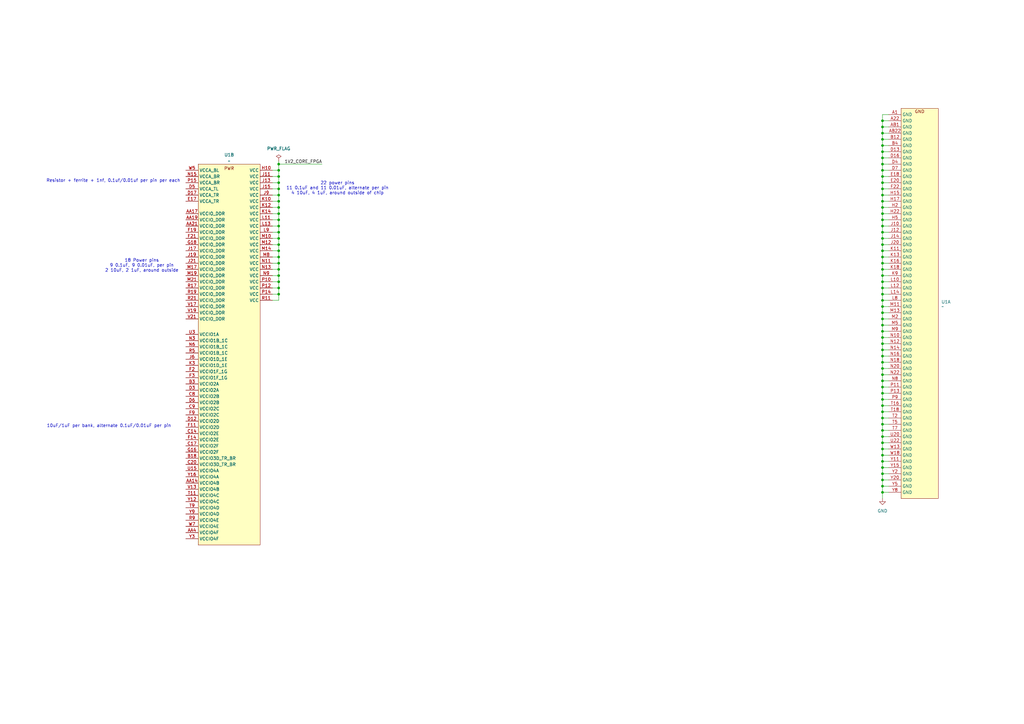
<source format=kicad_sch>
(kicad_sch (version 20231120) (generator "eeschema") (generator_version "8.0")
  (paper "A3")
  (junction (at 361.95 90.17))
  (junction (at 361.95 146.05))
  (junction (at 361.95 77.47))
  (junction (at 361.95 72.39))
  (junction (at 361.95 158.75))
  (junction (at 361.95 115.57))
  (junction (at 361.95 140.97))
  (junction (at 114.3 87.63))
  (junction (at 361.95 85.09))
  (junction (at 114.3 74.93))
  (junction (at 114.3 95.25))
  (junction (at 361.95 168.91))
  (junction (at 361.95 161.29))
  (junction (at 361.95 54.61))
  (junction (at 361.95 97.79))
  (junction (at 361.95 107.95))
  (junction (at 361.95 163.83))
  (junction (at 361.95 62.23))
  (junction (at 114.3 67.31))
  (junction (at 361.95 148.59))
  (junction (at 361.95 189.23))
  (junction (at 361.95 57.15))
  (junction (at 361.95 102.87))
  (junction (at 361.95 49.53))
  (junction (at 114.3 80.01))
  (junction (at 361.95 196.85))
  (junction (at 114.3 105.41))
  (junction (at 361.95 191.77))
  (junction (at 114.3 69.85))
  (junction (at 114.3 100.33))
  (junction (at 361.95 199.39))
  (junction (at 361.95 100.33))
  (junction (at 361.95 143.51))
  (junction (at 114.3 120.65))
  (junction (at 114.3 118.11))
  (junction (at 361.95 128.27))
  (junction (at 114.3 92.71))
  (junction (at 361.95 67.31))
  (junction (at 114.3 72.39))
  (junction (at 361.95 120.65))
  (junction (at 361.95 184.15))
  (junction (at 361.95 64.77))
  (junction (at 361.95 135.89))
  (junction (at 361.95 151.13))
  (junction (at 361.95 181.61))
  (junction (at 114.3 107.95))
  (junction (at 361.95 176.53))
  (junction (at 114.3 115.57))
  (junction (at 361.95 74.93))
  (junction (at 361.95 92.71))
  (junction (at 361.95 138.43))
  (junction (at 361.95 153.67))
  (junction (at 361.95 118.11))
  (junction (at 361.95 59.69))
  (junction (at 361.95 110.49))
  (junction (at 361.95 125.73))
  (junction (at 361.95 156.21))
  (junction (at 361.95 166.37))
  (junction (at 361.95 171.45))
  (junction (at 114.3 77.47))
  (junction (at 361.95 179.07))
  (junction (at 361.95 113.03))
  (junction (at 361.95 105.41))
  (junction (at 361.95 201.93))
  (junction (at 114.3 90.17))
  (junction (at 114.3 97.79))
  (junction (at 114.3 82.55))
  (junction (at 361.95 69.85))
  (junction (at 361.95 186.69))
  (junction (at 361.95 123.19))
  (junction (at 114.3 110.49))
  (junction (at 361.95 133.35))
  (junction (at 114.3 113.03))
  (junction (at 361.95 130.81))
  (junction (at 361.95 194.31))
  (junction (at 361.95 80.01))
  (junction (at 361.95 52.07))
  (junction (at 361.95 82.55))
  (junction (at 361.95 173.99))
  (junction (at 114.3 102.87))
  (junction (at 361.95 87.63))
  (junction (at 114.3 85.09))
  (junction (at 361.95 95.25))
  (wire (pts (xy 361.95 128.27) (xy 361.95 130.81)))
  (wire (pts (xy 114.3 69.85) (xy 114.3 72.39)))
  (wire (pts (xy 361.95 133.35) (xy 361.95 135.89)))
  (wire (pts (xy 361.95 148.59) (xy 364.49 148.59)))
  (wire (pts (xy 361.95 135.89) (xy 364.49 135.89)))
  (wire (pts (xy 361.95 92.71) (xy 364.49 92.71)))
  (wire (pts (xy 361.95 67.31) (xy 364.49 67.31)))
  (wire (pts (xy 361.95 196.85) (xy 361.95 199.39)))
  (wire (pts (xy 361.95 115.57) (xy 364.49 115.57)))
  (wire (pts (xy 361.95 186.69) (xy 364.49 186.69)))
  (wire (pts (xy 361.95 153.67) (xy 364.49 153.67)))
  (wire (pts (xy 361.95 138.43) (xy 361.95 140.97)))
  (wire (pts (xy 361.95 125.73) (xy 364.49 125.73)))
  (wire (pts (xy 361.95 49.53) (xy 361.95 52.07)))
  (wire (pts (xy 361.95 49.53) (xy 364.49 49.53)))
  (wire (pts (xy 114.3 66.04) (xy 114.3 67.31)))
  (wire (pts (xy 361.95 173.99) (xy 361.95 176.53)))
  (wire (pts (xy 361.95 148.59) (xy 361.95 151.13)))
  (wire (pts (xy 361.95 69.85) (xy 361.95 72.39)))
  (wire (pts (xy 361.95 90.17) (xy 364.49 90.17)))
  (wire (pts (xy 361.95 87.63) (xy 364.49 87.63)))
  (wire (pts (xy 111.76 95.25) (xy 114.3 95.25)))
  (wire (pts (xy 114.3 77.47) (xy 114.3 80.01)))
  (wire (pts (xy 361.95 72.39) (xy 361.95 74.93)))
  (wire (pts (xy 114.3 115.57) (xy 114.3 118.11)))
  (wire (pts (xy 361.95 181.61) (xy 364.49 181.61)))
  (wire (pts (xy 114.3 95.25) (xy 114.3 97.79)))
  (wire (pts (xy 361.95 82.55) (xy 364.49 82.55)))
  (wire (pts (xy 361.95 133.35) (xy 364.49 133.35)))
  (wire (pts (xy 114.3 72.39) (xy 114.3 74.93)))
  (wire (pts (xy 361.95 181.61) (xy 361.95 184.15)))
  (wire (pts (xy 361.95 77.47) (xy 364.49 77.47)))
  (wire (pts (xy 361.95 102.87) (xy 364.49 102.87)))
  (wire (pts (xy 361.95 171.45) (xy 361.95 173.99)))
  (wire (pts (xy 361.95 163.83) (xy 361.95 166.37)))
  (wire (pts (xy 361.95 72.39) (xy 364.49 72.39)))
  (wire (pts (xy 361.95 179.07) (xy 364.49 179.07)))
  (wire (pts (xy 111.76 118.11) (xy 114.3 118.11)))
  (wire (pts (xy 361.95 54.61) (xy 364.49 54.61)))
  (wire (pts (xy 114.3 97.79) (xy 114.3 100.33)))
  (wire (pts (xy 361.95 52.07) (xy 361.95 54.61)))
  (wire (pts (xy 361.95 184.15) (xy 364.49 184.15)))
  (wire (pts (xy 361.95 80.01) (xy 361.95 82.55)))
  (wire (pts (xy 361.95 115.57) (xy 361.95 118.11)))
  (wire (pts (xy 361.95 143.51) (xy 364.49 143.51)))
  (wire (pts (xy 361.95 163.83) (xy 364.49 163.83)))
  (wire (pts (xy 111.76 72.39) (xy 114.3 72.39)))
  (wire (pts (xy 361.95 143.51) (xy 361.95 146.05)))
  (wire (pts (xy 111.76 123.19) (xy 114.3 123.19)))
  (wire (pts (xy 111.76 113.03) (xy 114.3 113.03)))
  (wire (pts (xy 361.95 146.05) (xy 364.49 146.05)))
  (wire (pts (xy 361.95 107.95) (xy 361.95 110.49)))
  (wire (pts (xy 361.95 168.91) (xy 361.95 171.45)))
  (wire (pts (xy 111.76 110.49) (xy 114.3 110.49)))
  (wire (pts (xy 361.95 95.25) (xy 361.95 97.79)))
  (wire (pts (xy 361.95 100.33) (xy 364.49 100.33)))
  (wire (pts (xy 361.95 105.41) (xy 361.95 107.95)))
  (wire (pts (xy 361.95 120.65) (xy 361.95 123.19)))
  (wire (pts (xy 361.95 90.17) (xy 361.95 92.71)))
  (wire (pts (xy 361.95 123.19) (xy 364.49 123.19)))
  (wire (pts (xy 361.95 80.01) (xy 364.49 80.01)))
  (wire (pts (xy 114.3 107.95) (xy 114.3 110.49)))
  (wire (pts (xy 361.95 46.99) (xy 361.95 49.53)))
  (wire (pts (xy 361.95 201.93) (xy 361.95 204.47)))
  (wire (pts (xy 361.95 140.97) (xy 364.49 140.97)))
  (wire (pts (xy 361.95 85.09) (xy 364.49 85.09)))
  (wire (pts (xy 361.95 54.61) (xy 361.95 57.15)))
  (wire (pts (xy 361.95 151.13) (xy 361.95 153.67)))
  (wire (pts (xy 361.95 191.77) (xy 361.95 194.31)))
  (wire (pts (xy 361.95 102.87) (xy 361.95 105.41)))
  (wire (pts (xy 361.95 74.93) (xy 364.49 74.93)))
  (wire (pts (xy 361.95 113.03) (xy 364.49 113.03)))
  (wire (pts (xy 114.3 67.31) (xy 132.08 67.31)))
  (wire (pts (xy 361.95 59.69) (xy 364.49 59.69)))
  (wire (pts (xy 114.3 80.01) (xy 114.3 82.55)))
  (wire (pts (xy 361.95 166.37) (xy 364.49 166.37)))
  (wire (pts (xy 361.95 64.77) (xy 361.95 67.31)))
  (wire (pts (xy 361.95 69.85) (xy 364.49 69.85)))
  (wire (pts (xy 361.95 161.29) (xy 361.95 163.83)))
  (wire (pts (xy 111.76 87.63) (xy 114.3 87.63)))
  (wire (pts (xy 361.95 105.41) (xy 364.49 105.41)))
  (wire (pts (xy 361.95 173.99) (xy 364.49 173.99)))
  (wire (pts (xy 361.95 128.27) (xy 364.49 128.27)))
  (wire (pts (xy 361.95 120.65) (xy 364.49 120.65)))
  (wire (pts (xy 361.95 184.15) (xy 361.95 186.69)))
  (wire (pts (xy 361.95 113.03) (xy 361.95 115.57)))
  (wire (pts (xy 114.3 113.03) (xy 114.3 115.57)))
  (wire (pts (xy 114.3 118.11) (xy 114.3 120.65)))
  (wire (pts (xy 361.95 118.11) (xy 361.95 120.65)))
  (wire (pts (xy 361.95 156.21) (xy 361.95 158.75)))
  (wire (pts (xy 361.95 123.19) (xy 361.95 125.73)))
  (wire (pts (xy 361.95 59.69) (xy 361.95 62.23)))
  (wire (pts (xy 111.76 97.79) (xy 114.3 97.79)))
  (wire (pts (xy 361.95 107.95) (xy 364.49 107.95)))
  (wire (pts (xy 111.76 100.33) (xy 114.3 100.33)))
  (wire (pts (xy 361.95 194.31) (xy 361.95 196.85)))
  (wire (pts (xy 111.76 85.09) (xy 114.3 85.09)))
  (wire (pts (xy 361.95 110.49) (xy 364.49 110.49)))
  (wire (pts (xy 361.95 135.89) (xy 361.95 138.43)))
  (wire (pts (xy 114.3 82.55) (xy 114.3 85.09)))
  (wire (pts (xy 361.95 64.77) (xy 364.49 64.77)))
  (wire (pts (xy 361.95 140.97) (xy 361.95 143.51)))
  (wire (pts (xy 111.76 74.93) (xy 114.3 74.93)))
  (wire (pts (xy 361.95 168.91) (xy 364.49 168.91)))
  (wire (pts (xy 361.95 100.33) (xy 361.95 102.87)))
  (wire (pts (xy 361.95 87.63) (xy 361.95 90.17)))
  (wire (pts (xy 111.76 77.47) (xy 114.3 77.47)))
  (wire (pts (xy 361.95 62.23) (xy 361.95 64.77)))
  (wire (pts (xy 361.95 110.49) (xy 361.95 113.03)))
  (wire (pts (xy 361.95 118.11) (xy 364.49 118.11)))
  (wire (pts (xy 361.95 74.93) (xy 361.95 77.47)))
  (wire (pts (xy 361.95 166.37) (xy 361.95 168.91)))
  (wire (pts (xy 361.95 201.93) (xy 364.49 201.93)))
  (wire (pts (xy 361.95 151.13) (xy 364.49 151.13)))
  (wire (pts (xy 361.95 138.43) (xy 364.49 138.43)))
  (wire (pts (xy 111.76 92.71) (xy 114.3 92.71)))
  (wire (pts (xy 361.95 191.77) (xy 364.49 191.77)))
  (wire (pts (xy 361.95 85.09) (xy 361.95 87.63)))
  (wire (pts (xy 361.95 95.25) (xy 364.49 95.25)))
  (wire (pts (xy 361.95 67.31) (xy 361.95 69.85)))
  (wire (pts (xy 114.3 87.63) (xy 114.3 90.17)))
  (wire (pts (xy 361.95 179.07) (xy 361.95 181.61)))
  (wire (pts (xy 111.76 102.87) (xy 114.3 102.87)))
  (wire (pts (xy 114.3 105.41) (xy 114.3 107.95)))
  (wire (pts (xy 111.76 105.41) (xy 114.3 105.41)))
  (wire (pts (xy 114.3 90.17) (xy 114.3 92.71)))
  (wire (pts (xy 361.95 199.39) (xy 361.95 201.93)))
  (wire (pts (xy 361.95 77.47) (xy 361.95 80.01)))
  (wire (pts (xy 114.3 102.87) (xy 114.3 105.41)))
  (wire (pts (xy 361.95 199.39) (xy 364.49 199.39)))
  (wire (pts (xy 361.95 176.53) (xy 361.95 179.07)))
  (wire (pts (xy 361.95 82.55) (xy 361.95 85.09)))
  (wire (pts (xy 361.95 130.81) (xy 361.95 133.35)))
  (wire (pts (xy 111.76 69.85) (xy 114.3 69.85)))
  (wire (pts (xy 361.95 52.07) (xy 364.49 52.07)))
  (wire (pts (xy 114.3 67.31) (xy 114.3 69.85)))
  (wire (pts (xy 111.76 90.17) (xy 114.3 90.17)))
  (wire (pts (xy 361.95 46.99) (xy 364.49 46.99)))
  (wire (pts (xy 361.95 158.75) (xy 361.95 161.29)))
  (wire (pts (xy 361.95 57.15) (xy 361.95 59.69)))
  (wire (pts (xy 361.95 158.75) (xy 364.49 158.75)))
  (wire (pts (xy 361.95 189.23) (xy 361.95 191.77)))
  (wire (pts (xy 361.95 186.69) (xy 361.95 189.23)))
  (wire (pts (xy 361.95 92.71) (xy 361.95 95.25)))
  (wire (pts (xy 361.95 125.73) (xy 361.95 128.27)))
  (wire (pts (xy 361.95 196.85) (xy 364.49 196.85)))
  (wire (pts (xy 361.95 62.23) (xy 364.49 62.23)))
  (wire (pts (xy 361.95 156.21) (xy 364.49 156.21)))
  (wire (pts (xy 361.95 194.31) (xy 364.49 194.31)))
  (wire (pts (xy 361.95 97.79) (xy 361.95 100.33)))
  (wire (pts (xy 111.76 120.65) (xy 114.3 120.65)))
  (wire (pts (xy 361.95 146.05) (xy 361.95 148.59)))
  (wire (pts (xy 114.3 85.09) (xy 114.3 87.63)))
  (wire (pts (xy 361.95 171.45) (xy 364.49 171.45)))
  (wire (pts (xy 361.95 153.67) (xy 361.95 156.21)))
  (wire (pts (xy 114.3 92.71) (xy 114.3 95.25)))
  (wire (pts (xy 361.95 97.79) (xy 364.49 97.79)))
  (wire (pts (xy 361.95 130.81) (xy 364.49 130.81)))
  (wire (pts (xy 361.95 176.53) (xy 364.49 176.53)))
  (wire (pts (xy 361.95 189.23) (xy 364.49 189.23)))
  (wire (pts (xy 111.76 80.01) (xy 114.3 80.01)))
  (wire (pts (xy 361.95 161.29) (xy 364.49 161.29)))
  (wire (pts (xy 111.76 107.95) (xy 114.3 107.95)))
  (wire (pts (xy 114.3 100.33) (xy 114.3 102.87)))
  (wire (pts (xy 114.3 120.65) (xy 114.3 123.19)))
  (wire (pts (xy 111.76 115.57) (xy 114.3 115.57)))
  (wire (pts (xy 361.95 57.15) (xy 364.49 57.15)))
  (wire (pts (xy 111.76 82.55) (xy 114.3 82.55)))
  (wire (pts (xy 114.3 110.49) (xy 114.3 113.03)))
  (wire (pts (xy 114.3 74.93) (xy 114.3 77.47)))
  (text "22 power pins\n11 0.1uF and 11 0.01uF, alternate per pin\n4 10uF, 4 1uF, around outside of chip" (at 138.43 77.216 0) (effects (font (size 1.27 1.27))))
  (text "Resistor + ferrite + 1nf, 0.1uf/0.01uf per pin per each" (at 46.482 74.168 0) (effects (font (size 1.27 1.27))))
  (text "18 Power pins\n9 0.1uF, 9 0.01uF, per pin\n2 10uF, 2 1uF, around outside" (at 58.166 108.966 0) (effects (font (size 1.27 1.27))))
  (text "10uF/1uF per bank, alternate 0.1uF/0.01uF per pin" (at 44.704 174.752 0) (effects (font (size 1.27 1.27))))
  (label "1V2_CORE_FPGA" (at 132.08 67.31 180))
  (symbol (lib_id "IC:T120F484") (at 90.17 63.5 0) (unit 2)
    (property "Reference" "U1" (at 93.98 63.5 0))
    (property "Value" "~" (at 93.98 66.04 0))
    (property "Digikey" "https://www.digikey.com/en/products/detail/efinix-inc/T120F484I4/11591378" (effects (hide yes)))
  )
  (symbol (lib_id "IC:T120F484") (at 364.49 44.45 0) (unit 1)
    (property "Reference" "U1" (at 386.08 123.8249 0) (effects (justify left)))
    (property "Value" "~" (at 386.08 125.73 0) (effects (justify left)))
    (property "Digikey" "https://www.digikey.com/en/products/detail/efinix-inc/T120F484I4/11591378" (effects (hide yes)))
  )
  (symbol (lib_id "power:GND") (at 361.95 204.47 0) (unit 1)
    (property "Reference" "#PWR033" (effects (hide yes)))
    (property "Value" "GND" (at 361.95 209.55 0))
    (property "Description" "Power symbol creates a global label with name \"GND\" , ground" (effects (hide yes)))
  )
  (symbol (lib_id "power:PWR_FLAG") (at 114.3 66.04 0) (unit 1)
    (property "Reference" "#FLG01" (effects (hide yes)))
    (property "Value" "PWR_FLAG" (at 114.3 60.96 0))
    (property "Description" "Special symbol for telling ERC where power comes from" (effects (hide yes)))
  )
)
</source>
